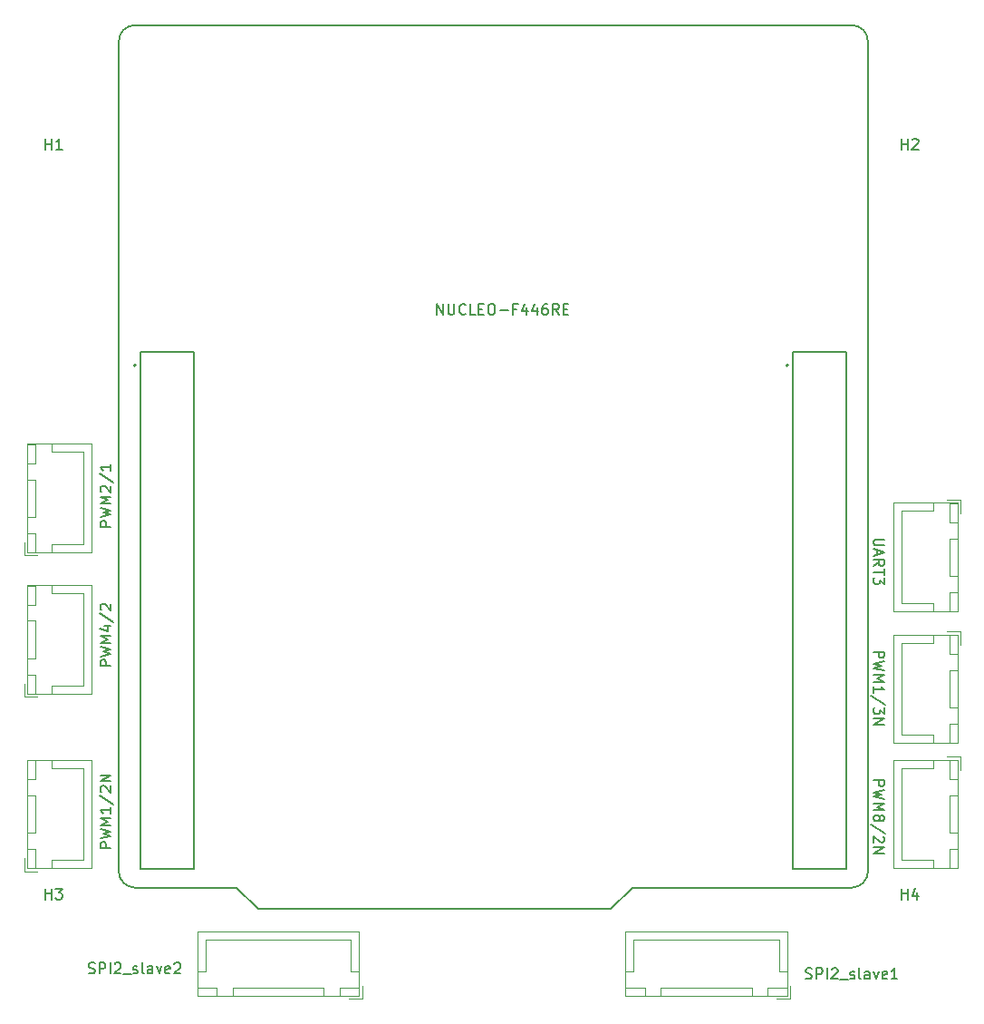
<source format=gbr>
%TF.GenerationSoftware,KiCad,Pcbnew,8.0.0*%
%TF.CreationDate,2024-03-29T20:31:36+01:00*%
%TF.ProjectId,nucleo_expansion,6e75636c-656f-45f6-9578-70616e73696f,Cyril*%
%TF.SameCoordinates,Original*%
%TF.FileFunction,Legend,Top*%
%TF.FilePolarity,Positive*%
%FSLAX46Y46*%
G04 Gerber Fmt 4.6, Leading zero omitted, Abs format (unit mm)*
G04 Created by KiCad (PCBNEW 8.0.0) date 2024-03-29 20:31:36*
%MOMM*%
%LPD*%
G01*
G04 APERTURE LIST*
%ADD10C,0.150000*%
%ADD11C,0.120000*%
%ADD12C,0.127000*%
%ADD13C,0.200000*%
G04 APERTURE END LIST*
D10*
X95369819Y-104663220D02*
X94369819Y-104663220D01*
X94369819Y-104663220D02*
X94369819Y-104282268D01*
X94369819Y-104282268D02*
X94417438Y-104187030D01*
X94417438Y-104187030D02*
X94465057Y-104139411D01*
X94465057Y-104139411D02*
X94560295Y-104091792D01*
X94560295Y-104091792D02*
X94703152Y-104091792D01*
X94703152Y-104091792D02*
X94798390Y-104139411D01*
X94798390Y-104139411D02*
X94846009Y-104187030D01*
X94846009Y-104187030D02*
X94893628Y-104282268D01*
X94893628Y-104282268D02*
X94893628Y-104663220D01*
X94369819Y-103758458D02*
X95369819Y-103520363D01*
X95369819Y-103520363D02*
X94655533Y-103329887D01*
X94655533Y-103329887D02*
X95369819Y-103139411D01*
X95369819Y-103139411D02*
X94369819Y-102901316D01*
X95369819Y-102520363D02*
X94369819Y-102520363D01*
X94369819Y-102520363D02*
X95084104Y-102187030D01*
X95084104Y-102187030D02*
X94369819Y-101853697D01*
X94369819Y-101853697D02*
X95369819Y-101853697D01*
X94703152Y-100948935D02*
X95369819Y-100948935D01*
X94322200Y-101187030D02*
X95036485Y-101425125D01*
X95036485Y-101425125D02*
X95036485Y-100806078D01*
X94322200Y-99710840D02*
X95607914Y-100567982D01*
X94465057Y-99425125D02*
X94417438Y-99377506D01*
X94417438Y-99377506D02*
X94369819Y-99282268D01*
X94369819Y-99282268D02*
X94369819Y-99044173D01*
X94369819Y-99044173D02*
X94417438Y-98948935D01*
X94417438Y-98948935D02*
X94465057Y-98901316D01*
X94465057Y-98901316D02*
X94560295Y-98853697D01*
X94560295Y-98853697D02*
X94655533Y-98853697D01*
X94655533Y-98853697D02*
X94798390Y-98901316D01*
X94798390Y-98901316D02*
X95369819Y-99472744D01*
X95369819Y-99472744D02*
X95369819Y-98853697D01*
X167630180Y-92836779D02*
X166820657Y-92836779D01*
X166820657Y-92836779D02*
X166725419Y-92884398D01*
X166725419Y-92884398D02*
X166677800Y-92932017D01*
X166677800Y-92932017D02*
X166630180Y-93027255D01*
X166630180Y-93027255D02*
X166630180Y-93217731D01*
X166630180Y-93217731D02*
X166677800Y-93312969D01*
X166677800Y-93312969D02*
X166725419Y-93360588D01*
X166725419Y-93360588D02*
X166820657Y-93408207D01*
X166820657Y-93408207D02*
X167630180Y-93408207D01*
X166915895Y-93836779D02*
X166915895Y-94312969D01*
X166630180Y-93741541D02*
X167630180Y-94074874D01*
X167630180Y-94074874D02*
X166630180Y-94408207D01*
X166630180Y-95312969D02*
X167106371Y-94979636D01*
X166630180Y-94741541D02*
X167630180Y-94741541D01*
X167630180Y-94741541D02*
X167630180Y-95122493D01*
X167630180Y-95122493D02*
X167582561Y-95217731D01*
X167582561Y-95217731D02*
X167534942Y-95265350D01*
X167534942Y-95265350D02*
X167439704Y-95312969D01*
X167439704Y-95312969D02*
X167296847Y-95312969D01*
X167296847Y-95312969D02*
X167201609Y-95265350D01*
X167201609Y-95265350D02*
X167153990Y-95217731D01*
X167153990Y-95217731D02*
X167106371Y-95122493D01*
X167106371Y-95122493D02*
X167106371Y-94741541D01*
X167630180Y-95598684D02*
X167630180Y-96170112D01*
X166630180Y-95884398D02*
X167630180Y-95884398D01*
X167630180Y-96408208D02*
X167630180Y-97027255D01*
X167630180Y-97027255D02*
X167249228Y-96693922D01*
X167249228Y-96693922D02*
X167249228Y-96836779D01*
X167249228Y-96836779D02*
X167201609Y-96932017D01*
X167201609Y-96932017D02*
X167153990Y-96979636D01*
X167153990Y-96979636D02*
X167058752Y-97027255D01*
X167058752Y-97027255D02*
X166820657Y-97027255D01*
X166820657Y-97027255D02*
X166725419Y-96979636D01*
X166725419Y-96979636D02*
X166677800Y-96932017D01*
X166677800Y-96932017D02*
X166630180Y-96836779D01*
X166630180Y-96836779D02*
X166630180Y-96551065D01*
X166630180Y-96551065D02*
X166677800Y-96455827D01*
X166677800Y-96455827D02*
X166725419Y-96408208D01*
X95369819Y-121663220D02*
X94369819Y-121663220D01*
X94369819Y-121663220D02*
X94369819Y-121282268D01*
X94369819Y-121282268D02*
X94417438Y-121187030D01*
X94417438Y-121187030D02*
X94465057Y-121139411D01*
X94465057Y-121139411D02*
X94560295Y-121091792D01*
X94560295Y-121091792D02*
X94703152Y-121091792D01*
X94703152Y-121091792D02*
X94798390Y-121139411D01*
X94798390Y-121139411D02*
X94846009Y-121187030D01*
X94846009Y-121187030D02*
X94893628Y-121282268D01*
X94893628Y-121282268D02*
X94893628Y-121663220D01*
X94369819Y-120758458D02*
X95369819Y-120520363D01*
X95369819Y-120520363D02*
X94655533Y-120329887D01*
X94655533Y-120329887D02*
X95369819Y-120139411D01*
X95369819Y-120139411D02*
X94369819Y-119901316D01*
X95369819Y-119520363D02*
X94369819Y-119520363D01*
X94369819Y-119520363D02*
X95084104Y-119187030D01*
X95084104Y-119187030D02*
X94369819Y-118853697D01*
X94369819Y-118853697D02*
X95369819Y-118853697D01*
X95369819Y-117853697D02*
X95369819Y-118425125D01*
X95369819Y-118139411D02*
X94369819Y-118139411D01*
X94369819Y-118139411D02*
X94512676Y-118234649D01*
X94512676Y-118234649D02*
X94607914Y-118329887D01*
X94607914Y-118329887D02*
X94655533Y-118425125D01*
X94322200Y-116710840D02*
X95607914Y-117567982D01*
X94465057Y-116425125D02*
X94417438Y-116377506D01*
X94417438Y-116377506D02*
X94369819Y-116282268D01*
X94369819Y-116282268D02*
X94369819Y-116044173D01*
X94369819Y-116044173D02*
X94417438Y-115948935D01*
X94417438Y-115948935D02*
X94465057Y-115901316D01*
X94465057Y-115901316D02*
X94560295Y-115853697D01*
X94560295Y-115853697D02*
X94655533Y-115853697D01*
X94655533Y-115853697D02*
X94798390Y-115901316D01*
X94798390Y-115901316D02*
X95369819Y-116472744D01*
X95369819Y-116472744D02*
X95369819Y-115853697D01*
X95369819Y-115425125D02*
X94369819Y-115425125D01*
X94369819Y-115425125D02*
X95369819Y-114853697D01*
X95369819Y-114853697D02*
X94369819Y-114853697D01*
X125836779Y-71869819D02*
X125836779Y-70869819D01*
X125836779Y-70869819D02*
X126408207Y-71869819D01*
X126408207Y-71869819D02*
X126408207Y-70869819D01*
X126884398Y-70869819D02*
X126884398Y-71679342D01*
X126884398Y-71679342D02*
X126932017Y-71774580D01*
X126932017Y-71774580D02*
X126979636Y-71822200D01*
X126979636Y-71822200D02*
X127074874Y-71869819D01*
X127074874Y-71869819D02*
X127265350Y-71869819D01*
X127265350Y-71869819D02*
X127360588Y-71822200D01*
X127360588Y-71822200D02*
X127408207Y-71774580D01*
X127408207Y-71774580D02*
X127455826Y-71679342D01*
X127455826Y-71679342D02*
X127455826Y-70869819D01*
X128503445Y-71774580D02*
X128455826Y-71822200D01*
X128455826Y-71822200D02*
X128312969Y-71869819D01*
X128312969Y-71869819D02*
X128217731Y-71869819D01*
X128217731Y-71869819D02*
X128074874Y-71822200D01*
X128074874Y-71822200D02*
X127979636Y-71726961D01*
X127979636Y-71726961D02*
X127932017Y-71631723D01*
X127932017Y-71631723D02*
X127884398Y-71441247D01*
X127884398Y-71441247D02*
X127884398Y-71298390D01*
X127884398Y-71298390D02*
X127932017Y-71107914D01*
X127932017Y-71107914D02*
X127979636Y-71012676D01*
X127979636Y-71012676D02*
X128074874Y-70917438D01*
X128074874Y-70917438D02*
X128217731Y-70869819D01*
X128217731Y-70869819D02*
X128312969Y-70869819D01*
X128312969Y-70869819D02*
X128455826Y-70917438D01*
X128455826Y-70917438D02*
X128503445Y-70965057D01*
X129408207Y-71869819D02*
X128932017Y-71869819D01*
X128932017Y-71869819D02*
X128932017Y-70869819D01*
X129741541Y-71346009D02*
X130074874Y-71346009D01*
X130217731Y-71869819D02*
X129741541Y-71869819D01*
X129741541Y-71869819D02*
X129741541Y-70869819D01*
X129741541Y-70869819D02*
X130217731Y-70869819D01*
X130836779Y-70869819D02*
X131027255Y-70869819D01*
X131027255Y-70869819D02*
X131122493Y-70917438D01*
X131122493Y-70917438D02*
X131217731Y-71012676D01*
X131217731Y-71012676D02*
X131265350Y-71203152D01*
X131265350Y-71203152D02*
X131265350Y-71536485D01*
X131265350Y-71536485D02*
X131217731Y-71726961D01*
X131217731Y-71726961D02*
X131122493Y-71822200D01*
X131122493Y-71822200D02*
X131027255Y-71869819D01*
X131027255Y-71869819D02*
X130836779Y-71869819D01*
X130836779Y-71869819D02*
X130741541Y-71822200D01*
X130741541Y-71822200D02*
X130646303Y-71726961D01*
X130646303Y-71726961D02*
X130598684Y-71536485D01*
X130598684Y-71536485D02*
X130598684Y-71203152D01*
X130598684Y-71203152D02*
X130646303Y-71012676D01*
X130646303Y-71012676D02*
X130741541Y-70917438D01*
X130741541Y-70917438D02*
X130836779Y-70869819D01*
X131693922Y-71488866D02*
X132455827Y-71488866D01*
X133265350Y-71346009D02*
X132932017Y-71346009D01*
X132932017Y-71869819D02*
X132932017Y-70869819D01*
X132932017Y-70869819D02*
X133408207Y-70869819D01*
X134217731Y-71203152D02*
X134217731Y-71869819D01*
X133979636Y-70822200D02*
X133741541Y-71536485D01*
X133741541Y-71536485D02*
X134360588Y-71536485D01*
X135170112Y-71203152D02*
X135170112Y-71869819D01*
X134932017Y-70822200D02*
X134693922Y-71536485D01*
X134693922Y-71536485D02*
X135312969Y-71536485D01*
X136122493Y-70869819D02*
X135932017Y-70869819D01*
X135932017Y-70869819D02*
X135836779Y-70917438D01*
X135836779Y-70917438D02*
X135789160Y-70965057D01*
X135789160Y-70965057D02*
X135693922Y-71107914D01*
X135693922Y-71107914D02*
X135646303Y-71298390D01*
X135646303Y-71298390D02*
X135646303Y-71679342D01*
X135646303Y-71679342D02*
X135693922Y-71774580D01*
X135693922Y-71774580D02*
X135741541Y-71822200D01*
X135741541Y-71822200D02*
X135836779Y-71869819D01*
X135836779Y-71869819D02*
X136027255Y-71869819D01*
X136027255Y-71869819D02*
X136122493Y-71822200D01*
X136122493Y-71822200D02*
X136170112Y-71774580D01*
X136170112Y-71774580D02*
X136217731Y-71679342D01*
X136217731Y-71679342D02*
X136217731Y-71441247D01*
X136217731Y-71441247D02*
X136170112Y-71346009D01*
X136170112Y-71346009D02*
X136122493Y-71298390D01*
X136122493Y-71298390D02*
X136027255Y-71250771D01*
X136027255Y-71250771D02*
X135836779Y-71250771D01*
X135836779Y-71250771D02*
X135741541Y-71298390D01*
X135741541Y-71298390D02*
X135693922Y-71346009D01*
X135693922Y-71346009D02*
X135646303Y-71441247D01*
X137217731Y-71869819D02*
X136884398Y-71393628D01*
X136646303Y-71869819D02*
X136646303Y-70869819D01*
X136646303Y-70869819D02*
X137027255Y-70869819D01*
X137027255Y-70869819D02*
X137122493Y-70917438D01*
X137122493Y-70917438D02*
X137170112Y-70965057D01*
X137170112Y-70965057D02*
X137217731Y-71060295D01*
X137217731Y-71060295D02*
X137217731Y-71203152D01*
X137217731Y-71203152D02*
X137170112Y-71298390D01*
X137170112Y-71298390D02*
X137122493Y-71346009D01*
X137122493Y-71346009D02*
X137027255Y-71393628D01*
X137027255Y-71393628D02*
X136646303Y-71393628D01*
X137646303Y-71346009D02*
X137979636Y-71346009D01*
X138122493Y-71869819D02*
X137646303Y-71869819D01*
X137646303Y-71869819D02*
X137646303Y-70869819D01*
X137646303Y-70869819D02*
X138122493Y-70869819D01*
X160289160Y-133822200D02*
X160432017Y-133869819D01*
X160432017Y-133869819D02*
X160670112Y-133869819D01*
X160670112Y-133869819D02*
X160765350Y-133822200D01*
X160765350Y-133822200D02*
X160812969Y-133774580D01*
X160812969Y-133774580D02*
X160860588Y-133679342D01*
X160860588Y-133679342D02*
X160860588Y-133584104D01*
X160860588Y-133584104D02*
X160812969Y-133488866D01*
X160812969Y-133488866D02*
X160765350Y-133441247D01*
X160765350Y-133441247D02*
X160670112Y-133393628D01*
X160670112Y-133393628D02*
X160479636Y-133346009D01*
X160479636Y-133346009D02*
X160384398Y-133298390D01*
X160384398Y-133298390D02*
X160336779Y-133250771D01*
X160336779Y-133250771D02*
X160289160Y-133155533D01*
X160289160Y-133155533D02*
X160289160Y-133060295D01*
X160289160Y-133060295D02*
X160336779Y-132965057D01*
X160336779Y-132965057D02*
X160384398Y-132917438D01*
X160384398Y-132917438D02*
X160479636Y-132869819D01*
X160479636Y-132869819D02*
X160717731Y-132869819D01*
X160717731Y-132869819D02*
X160860588Y-132917438D01*
X161289160Y-133869819D02*
X161289160Y-132869819D01*
X161289160Y-132869819D02*
X161670112Y-132869819D01*
X161670112Y-132869819D02*
X161765350Y-132917438D01*
X161765350Y-132917438D02*
X161812969Y-132965057D01*
X161812969Y-132965057D02*
X161860588Y-133060295D01*
X161860588Y-133060295D02*
X161860588Y-133203152D01*
X161860588Y-133203152D02*
X161812969Y-133298390D01*
X161812969Y-133298390D02*
X161765350Y-133346009D01*
X161765350Y-133346009D02*
X161670112Y-133393628D01*
X161670112Y-133393628D02*
X161289160Y-133393628D01*
X162289160Y-133869819D02*
X162289160Y-132869819D01*
X162717731Y-132965057D02*
X162765350Y-132917438D01*
X162765350Y-132917438D02*
X162860588Y-132869819D01*
X162860588Y-132869819D02*
X163098683Y-132869819D01*
X163098683Y-132869819D02*
X163193921Y-132917438D01*
X163193921Y-132917438D02*
X163241540Y-132965057D01*
X163241540Y-132965057D02*
X163289159Y-133060295D01*
X163289159Y-133060295D02*
X163289159Y-133155533D01*
X163289159Y-133155533D02*
X163241540Y-133298390D01*
X163241540Y-133298390D02*
X162670112Y-133869819D01*
X162670112Y-133869819D02*
X163289159Y-133869819D01*
X163479636Y-133965057D02*
X164241540Y-133965057D01*
X164432017Y-133822200D02*
X164527255Y-133869819D01*
X164527255Y-133869819D02*
X164717731Y-133869819D01*
X164717731Y-133869819D02*
X164812969Y-133822200D01*
X164812969Y-133822200D02*
X164860588Y-133726961D01*
X164860588Y-133726961D02*
X164860588Y-133679342D01*
X164860588Y-133679342D02*
X164812969Y-133584104D01*
X164812969Y-133584104D02*
X164717731Y-133536485D01*
X164717731Y-133536485D02*
X164574874Y-133536485D01*
X164574874Y-133536485D02*
X164479636Y-133488866D01*
X164479636Y-133488866D02*
X164432017Y-133393628D01*
X164432017Y-133393628D02*
X164432017Y-133346009D01*
X164432017Y-133346009D02*
X164479636Y-133250771D01*
X164479636Y-133250771D02*
X164574874Y-133203152D01*
X164574874Y-133203152D02*
X164717731Y-133203152D01*
X164717731Y-133203152D02*
X164812969Y-133250771D01*
X165432017Y-133869819D02*
X165336779Y-133822200D01*
X165336779Y-133822200D02*
X165289160Y-133726961D01*
X165289160Y-133726961D02*
X165289160Y-132869819D01*
X166241541Y-133869819D02*
X166241541Y-133346009D01*
X166241541Y-133346009D02*
X166193922Y-133250771D01*
X166193922Y-133250771D02*
X166098684Y-133203152D01*
X166098684Y-133203152D02*
X165908208Y-133203152D01*
X165908208Y-133203152D02*
X165812970Y-133250771D01*
X166241541Y-133822200D02*
X166146303Y-133869819D01*
X166146303Y-133869819D02*
X165908208Y-133869819D01*
X165908208Y-133869819D02*
X165812970Y-133822200D01*
X165812970Y-133822200D02*
X165765351Y-133726961D01*
X165765351Y-133726961D02*
X165765351Y-133631723D01*
X165765351Y-133631723D02*
X165812970Y-133536485D01*
X165812970Y-133536485D02*
X165908208Y-133488866D01*
X165908208Y-133488866D02*
X166146303Y-133488866D01*
X166146303Y-133488866D02*
X166241541Y-133441247D01*
X166622494Y-133203152D02*
X166860589Y-133869819D01*
X166860589Y-133869819D02*
X167098684Y-133203152D01*
X167860589Y-133822200D02*
X167765351Y-133869819D01*
X167765351Y-133869819D02*
X167574875Y-133869819D01*
X167574875Y-133869819D02*
X167479637Y-133822200D01*
X167479637Y-133822200D02*
X167432018Y-133726961D01*
X167432018Y-133726961D02*
X167432018Y-133346009D01*
X167432018Y-133346009D02*
X167479637Y-133250771D01*
X167479637Y-133250771D02*
X167574875Y-133203152D01*
X167574875Y-133203152D02*
X167765351Y-133203152D01*
X167765351Y-133203152D02*
X167860589Y-133250771D01*
X167860589Y-133250771D02*
X167908208Y-133346009D01*
X167908208Y-133346009D02*
X167908208Y-133441247D01*
X167908208Y-133441247D02*
X167432018Y-133536485D01*
X168860589Y-133869819D02*
X168289161Y-133869819D01*
X168574875Y-133869819D02*
X168574875Y-132869819D01*
X168574875Y-132869819D02*
X168479637Y-133012676D01*
X168479637Y-133012676D02*
X168384399Y-133107914D01*
X168384399Y-133107914D02*
X168289161Y-133155533D01*
X93289160Y-133322200D02*
X93432017Y-133369819D01*
X93432017Y-133369819D02*
X93670112Y-133369819D01*
X93670112Y-133369819D02*
X93765350Y-133322200D01*
X93765350Y-133322200D02*
X93812969Y-133274580D01*
X93812969Y-133274580D02*
X93860588Y-133179342D01*
X93860588Y-133179342D02*
X93860588Y-133084104D01*
X93860588Y-133084104D02*
X93812969Y-132988866D01*
X93812969Y-132988866D02*
X93765350Y-132941247D01*
X93765350Y-132941247D02*
X93670112Y-132893628D01*
X93670112Y-132893628D02*
X93479636Y-132846009D01*
X93479636Y-132846009D02*
X93384398Y-132798390D01*
X93384398Y-132798390D02*
X93336779Y-132750771D01*
X93336779Y-132750771D02*
X93289160Y-132655533D01*
X93289160Y-132655533D02*
X93289160Y-132560295D01*
X93289160Y-132560295D02*
X93336779Y-132465057D01*
X93336779Y-132465057D02*
X93384398Y-132417438D01*
X93384398Y-132417438D02*
X93479636Y-132369819D01*
X93479636Y-132369819D02*
X93717731Y-132369819D01*
X93717731Y-132369819D02*
X93860588Y-132417438D01*
X94289160Y-133369819D02*
X94289160Y-132369819D01*
X94289160Y-132369819D02*
X94670112Y-132369819D01*
X94670112Y-132369819D02*
X94765350Y-132417438D01*
X94765350Y-132417438D02*
X94812969Y-132465057D01*
X94812969Y-132465057D02*
X94860588Y-132560295D01*
X94860588Y-132560295D02*
X94860588Y-132703152D01*
X94860588Y-132703152D02*
X94812969Y-132798390D01*
X94812969Y-132798390D02*
X94765350Y-132846009D01*
X94765350Y-132846009D02*
X94670112Y-132893628D01*
X94670112Y-132893628D02*
X94289160Y-132893628D01*
X95289160Y-133369819D02*
X95289160Y-132369819D01*
X95717731Y-132465057D02*
X95765350Y-132417438D01*
X95765350Y-132417438D02*
X95860588Y-132369819D01*
X95860588Y-132369819D02*
X96098683Y-132369819D01*
X96098683Y-132369819D02*
X96193921Y-132417438D01*
X96193921Y-132417438D02*
X96241540Y-132465057D01*
X96241540Y-132465057D02*
X96289159Y-132560295D01*
X96289159Y-132560295D02*
X96289159Y-132655533D01*
X96289159Y-132655533D02*
X96241540Y-132798390D01*
X96241540Y-132798390D02*
X95670112Y-133369819D01*
X95670112Y-133369819D02*
X96289159Y-133369819D01*
X96479636Y-133465057D02*
X97241540Y-133465057D01*
X97432017Y-133322200D02*
X97527255Y-133369819D01*
X97527255Y-133369819D02*
X97717731Y-133369819D01*
X97717731Y-133369819D02*
X97812969Y-133322200D01*
X97812969Y-133322200D02*
X97860588Y-133226961D01*
X97860588Y-133226961D02*
X97860588Y-133179342D01*
X97860588Y-133179342D02*
X97812969Y-133084104D01*
X97812969Y-133084104D02*
X97717731Y-133036485D01*
X97717731Y-133036485D02*
X97574874Y-133036485D01*
X97574874Y-133036485D02*
X97479636Y-132988866D01*
X97479636Y-132988866D02*
X97432017Y-132893628D01*
X97432017Y-132893628D02*
X97432017Y-132846009D01*
X97432017Y-132846009D02*
X97479636Y-132750771D01*
X97479636Y-132750771D02*
X97574874Y-132703152D01*
X97574874Y-132703152D02*
X97717731Y-132703152D01*
X97717731Y-132703152D02*
X97812969Y-132750771D01*
X98432017Y-133369819D02*
X98336779Y-133322200D01*
X98336779Y-133322200D02*
X98289160Y-133226961D01*
X98289160Y-133226961D02*
X98289160Y-132369819D01*
X99241541Y-133369819D02*
X99241541Y-132846009D01*
X99241541Y-132846009D02*
X99193922Y-132750771D01*
X99193922Y-132750771D02*
X99098684Y-132703152D01*
X99098684Y-132703152D02*
X98908208Y-132703152D01*
X98908208Y-132703152D02*
X98812970Y-132750771D01*
X99241541Y-133322200D02*
X99146303Y-133369819D01*
X99146303Y-133369819D02*
X98908208Y-133369819D01*
X98908208Y-133369819D02*
X98812970Y-133322200D01*
X98812970Y-133322200D02*
X98765351Y-133226961D01*
X98765351Y-133226961D02*
X98765351Y-133131723D01*
X98765351Y-133131723D02*
X98812970Y-133036485D01*
X98812970Y-133036485D02*
X98908208Y-132988866D01*
X98908208Y-132988866D02*
X99146303Y-132988866D01*
X99146303Y-132988866D02*
X99241541Y-132941247D01*
X99622494Y-132703152D02*
X99860589Y-133369819D01*
X99860589Y-133369819D02*
X100098684Y-132703152D01*
X100860589Y-133322200D02*
X100765351Y-133369819D01*
X100765351Y-133369819D02*
X100574875Y-133369819D01*
X100574875Y-133369819D02*
X100479637Y-133322200D01*
X100479637Y-133322200D02*
X100432018Y-133226961D01*
X100432018Y-133226961D02*
X100432018Y-132846009D01*
X100432018Y-132846009D02*
X100479637Y-132750771D01*
X100479637Y-132750771D02*
X100574875Y-132703152D01*
X100574875Y-132703152D02*
X100765351Y-132703152D01*
X100765351Y-132703152D02*
X100860589Y-132750771D01*
X100860589Y-132750771D02*
X100908208Y-132846009D01*
X100908208Y-132846009D02*
X100908208Y-132941247D01*
X100908208Y-132941247D02*
X100432018Y-133036485D01*
X101289161Y-132465057D02*
X101336780Y-132417438D01*
X101336780Y-132417438D02*
X101432018Y-132369819D01*
X101432018Y-132369819D02*
X101670113Y-132369819D01*
X101670113Y-132369819D02*
X101765351Y-132417438D01*
X101765351Y-132417438D02*
X101812970Y-132465057D01*
X101812970Y-132465057D02*
X101860589Y-132560295D01*
X101860589Y-132560295D02*
X101860589Y-132655533D01*
X101860589Y-132655533D02*
X101812970Y-132798390D01*
X101812970Y-132798390D02*
X101241542Y-133369819D01*
X101241542Y-133369819D02*
X101860589Y-133369819D01*
X166630180Y-103336779D02*
X167630180Y-103336779D01*
X167630180Y-103336779D02*
X167630180Y-103717731D01*
X167630180Y-103717731D02*
X167582561Y-103812969D01*
X167582561Y-103812969D02*
X167534942Y-103860588D01*
X167534942Y-103860588D02*
X167439704Y-103908207D01*
X167439704Y-103908207D02*
X167296847Y-103908207D01*
X167296847Y-103908207D02*
X167201609Y-103860588D01*
X167201609Y-103860588D02*
X167153990Y-103812969D01*
X167153990Y-103812969D02*
X167106371Y-103717731D01*
X167106371Y-103717731D02*
X167106371Y-103336779D01*
X167630180Y-104241541D02*
X166630180Y-104479636D01*
X166630180Y-104479636D02*
X167344466Y-104670112D01*
X167344466Y-104670112D02*
X166630180Y-104860588D01*
X166630180Y-104860588D02*
X167630180Y-105098684D01*
X166630180Y-105479636D02*
X167630180Y-105479636D01*
X167630180Y-105479636D02*
X166915895Y-105812969D01*
X166915895Y-105812969D02*
X167630180Y-106146302D01*
X167630180Y-106146302D02*
X166630180Y-106146302D01*
X166630180Y-107146302D02*
X166630180Y-106574874D01*
X166630180Y-106860588D02*
X167630180Y-106860588D01*
X167630180Y-106860588D02*
X167487323Y-106765350D01*
X167487323Y-106765350D02*
X167392085Y-106670112D01*
X167392085Y-106670112D02*
X167344466Y-106574874D01*
X167677800Y-108289159D02*
X166392085Y-107432017D01*
X167630180Y-108527255D02*
X167630180Y-109146302D01*
X167630180Y-109146302D02*
X167249228Y-108812969D01*
X167249228Y-108812969D02*
X167249228Y-108955826D01*
X167249228Y-108955826D02*
X167201609Y-109051064D01*
X167201609Y-109051064D02*
X167153990Y-109098683D01*
X167153990Y-109098683D02*
X167058752Y-109146302D01*
X167058752Y-109146302D02*
X166820657Y-109146302D01*
X166820657Y-109146302D02*
X166725419Y-109098683D01*
X166725419Y-109098683D02*
X166677800Y-109051064D01*
X166677800Y-109051064D02*
X166630180Y-108955826D01*
X166630180Y-108955826D02*
X166630180Y-108670112D01*
X166630180Y-108670112D02*
X166677800Y-108574874D01*
X166677800Y-108574874D02*
X166725419Y-108527255D01*
X166630180Y-109574874D02*
X167630180Y-109574874D01*
X167630180Y-109574874D02*
X166630180Y-110146302D01*
X166630180Y-110146302D02*
X167630180Y-110146302D01*
X95369819Y-91663220D02*
X94369819Y-91663220D01*
X94369819Y-91663220D02*
X94369819Y-91282268D01*
X94369819Y-91282268D02*
X94417438Y-91187030D01*
X94417438Y-91187030D02*
X94465057Y-91139411D01*
X94465057Y-91139411D02*
X94560295Y-91091792D01*
X94560295Y-91091792D02*
X94703152Y-91091792D01*
X94703152Y-91091792D02*
X94798390Y-91139411D01*
X94798390Y-91139411D02*
X94846009Y-91187030D01*
X94846009Y-91187030D02*
X94893628Y-91282268D01*
X94893628Y-91282268D02*
X94893628Y-91663220D01*
X94369819Y-90758458D02*
X95369819Y-90520363D01*
X95369819Y-90520363D02*
X94655533Y-90329887D01*
X94655533Y-90329887D02*
X95369819Y-90139411D01*
X95369819Y-90139411D02*
X94369819Y-89901316D01*
X95369819Y-89520363D02*
X94369819Y-89520363D01*
X94369819Y-89520363D02*
X95084104Y-89187030D01*
X95084104Y-89187030D02*
X94369819Y-88853697D01*
X94369819Y-88853697D02*
X95369819Y-88853697D01*
X94465057Y-88425125D02*
X94417438Y-88377506D01*
X94417438Y-88377506D02*
X94369819Y-88282268D01*
X94369819Y-88282268D02*
X94369819Y-88044173D01*
X94369819Y-88044173D02*
X94417438Y-87948935D01*
X94417438Y-87948935D02*
X94465057Y-87901316D01*
X94465057Y-87901316D02*
X94560295Y-87853697D01*
X94560295Y-87853697D02*
X94655533Y-87853697D01*
X94655533Y-87853697D02*
X94798390Y-87901316D01*
X94798390Y-87901316D02*
X95369819Y-88472744D01*
X95369819Y-88472744D02*
X95369819Y-87853697D01*
X94322200Y-86710840D02*
X95607914Y-87567982D01*
X95369819Y-85853697D02*
X95369819Y-86425125D01*
X95369819Y-86139411D02*
X94369819Y-86139411D01*
X94369819Y-86139411D02*
X94512676Y-86234649D01*
X94512676Y-86234649D02*
X94607914Y-86329887D01*
X94607914Y-86329887D02*
X94655533Y-86425125D01*
X166630180Y-115336779D02*
X167630180Y-115336779D01*
X167630180Y-115336779D02*
X167630180Y-115717731D01*
X167630180Y-115717731D02*
X167582561Y-115812969D01*
X167582561Y-115812969D02*
X167534942Y-115860588D01*
X167534942Y-115860588D02*
X167439704Y-115908207D01*
X167439704Y-115908207D02*
X167296847Y-115908207D01*
X167296847Y-115908207D02*
X167201609Y-115860588D01*
X167201609Y-115860588D02*
X167153990Y-115812969D01*
X167153990Y-115812969D02*
X167106371Y-115717731D01*
X167106371Y-115717731D02*
X167106371Y-115336779D01*
X167630180Y-116241541D02*
X166630180Y-116479636D01*
X166630180Y-116479636D02*
X167344466Y-116670112D01*
X167344466Y-116670112D02*
X166630180Y-116860588D01*
X166630180Y-116860588D02*
X167630180Y-117098684D01*
X166630180Y-117479636D02*
X167630180Y-117479636D01*
X167630180Y-117479636D02*
X166915895Y-117812969D01*
X166915895Y-117812969D02*
X167630180Y-118146302D01*
X167630180Y-118146302D02*
X166630180Y-118146302D01*
X167201609Y-118765350D02*
X167249228Y-118670112D01*
X167249228Y-118670112D02*
X167296847Y-118622493D01*
X167296847Y-118622493D02*
X167392085Y-118574874D01*
X167392085Y-118574874D02*
X167439704Y-118574874D01*
X167439704Y-118574874D02*
X167534942Y-118622493D01*
X167534942Y-118622493D02*
X167582561Y-118670112D01*
X167582561Y-118670112D02*
X167630180Y-118765350D01*
X167630180Y-118765350D02*
X167630180Y-118955826D01*
X167630180Y-118955826D02*
X167582561Y-119051064D01*
X167582561Y-119051064D02*
X167534942Y-119098683D01*
X167534942Y-119098683D02*
X167439704Y-119146302D01*
X167439704Y-119146302D02*
X167392085Y-119146302D01*
X167392085Y-119146302D02*
X167296847Y-119098683D01*
X167296847Y-119098683D02*
X167249228Y-119051064D01*
X167249228Y-119051064D02*
X167201609Y-118955826D01*
X167201609Y-118955826D02*
X167201609Y-118765350D01*
X167201609Y-118765350D02*
X167153990Y-118670112D01*
X167153990Y-118670112D02*
X167106371Y-118622493D01*
X167106371Y-118622493D02*
X167011133Y-118574874D01*
X167011133Y-118574874D02*
X166820657Y-118574874D01*
X166820657Y-118574874D02*
X166725419Y-118622493D01*
X166725419Y-118622493D02*
X166677800Y-118670112D01*
X166677800Y-118670112D02*
X166630180Y-118765350D01*
X166630180Y-118765350D02*
X166630180Y-118955826D01*
X166630180Y-118955826D02*
X166677800Y-119051064D01*
X166677800Y-119051064D02*
X166725419Y-119098683D01*
X166725419Y-119098683D02*
X166820657Y-119146302D01*
X166820657Y-119146302D02*
X167011133Y-119146302D01*
X167011133Y-119146302D02*
X167106371Y-119098683D01*
X167106371Y-119098683D02*
X167153990Y-119051064D01*
X167153990Y-119051064D02*
X167201609Y-118955826D01*
X167677800Y-120289159D02*
X166392085Y-119432017D01*
X167534942Y-120574874D02*
X167582561Y-120622493D01*
X167582561Y-120622493D02*
X167630180Y-120717731D01*
X167630180Y-120717731D02*
X167630180Y-120955826D01*
X167630180Y-120955826D02*
X167582561Y-121051064D01*
X167582561Y-121051064D02*
X167534942Y-121098683D01*
X167534942Y-121098683D02*
X167439704Y-121146302D01*
X167439704Y-121146302D02*
X167344466Y-121146302D01*
X167344466Y-121146302D02*
X167201609Y-121098683D01*
X167201609Y-121098683D02*
X166630180Y-120527255D01*
X166630180Y-120527255D02*
X166630180Y-121146302D01*
X166630180Y-121574874D02*
X167630180Y-121574874D01*
X167630180Y-121574874D02*
X166630180Y-122146302D01*
X166630180Y-122146302D02*
X167630180Y-122146302D01*
X169238095Y-56454819D02*
X169238095Y-55454819D01*
X169238095Y-55931009D02*
X169809523Y-55931009D01*
X169809523Y-56454819D02*
X169809523Y-55454819D01*
X170238095Y-55550057D02*
X170285714Y-55502438D01*
X170285714Y-55502438D02*
X170380952Y-55454819D01*
X170380952Y-55454819D02*
X170619047Y-55454819D01*
X170619047Y-55454819D02*
X170714285Y-55502438D01*
X170714285Y-55502438D02*
X170761904Y-55550057D01*
X170761904Y-55550057D02*
X170809523Y-55645295D01*
X170809523Y-55645295D02*
X170809523Y-55740533D01*
X170809523Y-55740533D02*
X170761904Y-55883390D01*
X170761904Y-55883390D02*
X170190476Y-56454819D01*
X170190476Y-56454819D02*
X170809523Y-56454819D01*
X89238095Y-126454819D02*
X89238095Y-125454819D01*
X89238095Y-125931009D02*
X89809523Y-125931009D01*
X89809523Y-126454819D02*
X89809523Y-125454819D01*
X90190476Y-125454819D02*
X90809523Y-125454819D01*
X90809523Y-125454819D02*
X90476190Y-125835771D01*
X90476190Y-125835771D02*
X90619047Y-125835771D01*
X90619047Y-125835771D02*
X90714285Y-125883390D01*
X90714285Y-125883390D02*
X90761904Y-125931009D01*
X90761904Y-125931009D02*
X90809523Y-126026247D01*
X90809523Y-126026247D02*
X90809523Y-126264342D01*
X90809523Y-126264342D02*
X90761904Y-126359580D01*
X90761904Y-126359580D02*
X90714285Y-126407200D01*
X90714285Y-126407200D02*
X90619047Y-126454819D01*
X90619047Y-126454819D02*
X90333333Y-126454819D01*
X90333333Y-126454819D02*
X90238095Y-126407200D01*
X90238095Y-126407200D02*
X90190476Y-126359580D01*
X89238095Y-56454819D02*
X89238095Y-55454819D01*
X89238095Y-55931009D02*
X89809523Y-55931009D01*
X89809523Y-56454819D02*
X89809523Y-55454819D01*
X90809523Y-56454819D02*
X90238095Y-56454819D01*
X90523809Y-56454819D02*
X90523809Y-55454819D01*
X90523809Y-55454819D02*
X90428571Y-55597676D01*
X90428571Y-55597676D02*
X90333333Y-55692914D01*
X90333333Y-55692914D02*
X90238095Y-55740533D01*
X169238095Y-126454819D02*
X169238095Y-125454819D01*
X169238095Y-125931009D02*
X169809523Y-125931009D01*
X169809523Y-126454819D02*
X169809523Y-125454819D01*
X170714285Y-125788152D02*
X170714285Y-126454819D01*
X170476190Y-125407200D02*
X170238095Y-126121485D01*
X170238095Y-126121485D02*
X170857142Y-126121485D01*
D11*
%TO.C,J1*%
X143440000Y-129490000D02*
X143440000Y-135460000D01*
X143440000Y-135460000D02*
X158560000Y-135460000D01*
X143450000Y-133200000D02*
X144200000Y-133200000D01*
X143450000Y-134700000D02*
X143450000Y-135450000D01*
X143450000Y-135450000D02*
X145250000Y-135450000D01*
X144200000Y-130250000D02*
X151000000Y-130250000D01*
X144200000Y-133200000D02*
X144200000Y-130250000D01*
X145250000Y-134700000D02*
X143450000Y-134700000D01*
X145250000Y-135450000D02*
X145250000Y-134700000D01*
X146750000Y-134700000D02*
X146750000Y-135450000D01*
X146750000Y-135450000D02*
X155250000Y-135450000D01*
X155250000Y-134700000D02*
X146750000Y-134700000D01*
X155250000Y-135450000D02*
X155250000Y-134700000D01*
X156750000Y-134700000D02*
X156750000Y-135450000D01*
X156750000Y-135450000D02*
X158550000Y-135450000D01*
X157600000Y-135750000D02*
X158850000Y-135750000D01*
X157800000Y-130250000D02*
X151000000Y-130250000D01*
X157800000Y-133200000D02*
X157800000Y-130250000D01*
X158550000Y-133200000D02*
X157800000Y-133200000D01*
X158550000Y-134700000D02*
X156750000Y-134700000D01*
X158550000Y-135450000D02*
X158550000Y-134700000D01*
X158560000Y-129490000D02*
X143440000Y-129490000D01*
X158560000Y-135460000D02*
X158560000Y-129490000D01*
X158850000Y-135750000D02*
X158850000Y-134500000D01*
%TO.C,J5*%
X87250000Y-106300000D02*
X87250000Y-107550000D01*
X87250000Y-107550000D02*
X88500000Y-107550000D01*
X87540000Y-97140000D02*
X87540000Y-107260000D01*
X87540000Y-107260000D02*
X93510000Y-107260000D01*
X87550000Y-97150000D02*
X87550000Y-98950000D01*
X87550000Y-98950000D02*
X88300000Y-98950000D01*
X87550000Y-100450000D02*
X87550000Y-103950000D01*
X87550000Y-103950000D02*
X88300000Y-103950000D01*
X87550000Y-105450000D02*
X87550000Y-107250000D01*
X87550000Y-107250000D02*
X88300000Y-107250000D01*
X88300000Y-97150000D02*
X87550000Y-97150000D01*
X88300000Y-98950000D02*
X88300000Y-97150000D01*
X88300000Y-100450000D02*
X87550000Y-100450000D01*
X88300000Y-103950000D02*
X88300000Y-100450000D01*
X88300000Y-105450000D02*
X87550000Y-105450000D01*
X88300000Y-107250000D02*
X88300000Y-105450000D01*
X89800000Y-97150000D02*
X89800000Y-97900000D01*
X89800000Y-97900000D02*
X92750000Y-97900000D01*
X89800000Y-106500000D02*
X92750000Y-106500000D01*
X89800000Y-107250000D02*
X89800000Y-106500000D01*
X92750000Y-97900000D02*
X92750000Y-102200000D01*
X92750000Y-106500000D02*
X92750000Y-102200000D01*
X93510000Y-97140000D02*
X87540000Y-97140000D01*
X93510000Y-107260000D02*
X93510000Y-97140000D01*
%TO.C,J2*%
X103440000Y-129490000D02*
X103440000Y-135460000D01*
X103440000Y-135460000D02*
X118560000Y-135460000D01*
X103450000Y-133200000D02*
X104200000Y-133200000D01*
X103450000Y-134700000D02*
X103450000Y-135450000D01*
X103450000Y-135450000D02*
X105250000Y-135450000D01*
X104200000Y-130250000D02*
X111000000Y-130250000D01*
X104200000Y-133200000D02*
X104200000Y-130250000D01*
X105250000Y-134700000D02*
X103450000Y-134700000D01*
X105250000Y-135450000D02*
X105250000Y-134700000D01*
X106750000Y-134700000D02*
X106750000Y-135450000D01*
X106750000Y-135450000D02*
X115250000Y-135450000D01*
X115250000Y-134700000D02*
X106750000Y-134700000D01*
X115250000Y-135450000D02*
X115250000Y-134700000D01*
X116750000Y-134700000D02*
X116750000Y-135450000D01*
X116750000Y-135450000D02*
X118550000Y-135450000D01*
X117600000Y-135750000D02*
X118850000Y-135750000D01*
X117800000Y-130250000D02*
X111000000Y-130250000D01*
X117800000Y-133200000D02*
X117800000Y-130250000D01*
X118550000Y-133200000D02*
X117800000Y-133200000D01*
X118550000Y-134700000D02*
X116750000Y-134700000D01*
X118550000Y-135450000D02*
X118550000Y-134700000D01*
X118560000Y-129490000D02*
X103440000Y-129490000D01*
X118560000Y-135460000D02*
X118560000Y-129490000D01*
X118850000Y-135750000D02*
X118850000Y-134500000D01*
%TO.C,J8*%
X168490000Y-113440000D02*
X168490000Y-123560000D01*
X168490000Y-123560000D02*
X174460000Y-123560000D01*
X169250000Y-114200000D02*
X169250000Y-118500000D01*
X169250000Y-122800000D02*
X169250000Y-118500000D01*
X172200000Y-113450000D02*
X172200000Y-114200000D01*
X172200000Y-114200000D02*
X169250000Y-114200000D01*
X172200000Y-122800000D02*
X169250000Y-122800000D01*
X172200000Y-123550000D02*
X172200000Y-122800000D01*
X173700000Y-113450000D02*
X173700000Y-115250000D01*
X173700000Y-115250000D02*
X174450000Y-115250000D01*
X173700000Y-116750000D02*
X173700000Y-120250000D01*
X173700000Y-120250000D02*
X174450000Y-120250000D01*
X173700000Y-121750000D02*
X173700000Y-123550000D01*
X173700000Y-123550000D02*
X174450000Y-123550000D01*
X174450000Y-113450000D02*
X173700000Y-113450000D01*
X174450000Y-115250000D02*
X174450000Y-113450000D01*
X174450000Y-116750000D02*
X173700000Y-116750000D01*
X174450000Y-120250000D02*
X174450000Y-116750000D01*
X174450000Y-121750000D02*
X173700000Y-121750000D01*
X174450000Y-123550000D02*
X174450000Y-121750000D01*
X174460000Y-113440000D02*
X168490000Y-113440000D01*
X174460000Y-123560000D02*
X174460000Y-113440000D01*
X174750000Y-113150000D02*
X173500000Y-113150000D01*
X174750000Y-114400000D02*
X174750000Y-113150000D01*
%TO.C,J7*%
X168490000Y-101740000D02*
X168490000Y-111860000D01*
X168490000Y-111860000D02*
X174460000Y-111860000D01*
X169250000Y-102500000D02*
X169250000Y-106800000D01*
X169250000Y-111100000D02*
X169250000Y-106800000D01*
X172200000Y-101750000D02*
X172200000Y-102500000D01*
X172200000Y-102500000D02*
X169250000Y-102500000D01*
X172200000Y-111100000D02*
X169250000Y-111100000D01*
X172200000Y-111850000D02*
X172200000Y-111100000D01*
X173700000Y-101750000D02*
X173700000Y-103550000D01*
X173700000Y-103550000D02*
X174450000Y-103550000D01*
X173700000Y-105050000D02*
X173700000Y-108550000D01*
X173700000Y-108550000D02*
X174450000Y-108550000D01*
X173700000Y-110050000D02*
X173700000Y-111850000D01*
X173700000Y-111850000D02*
X174450000Y-111850000D01*
X174450000Y-101750000D02*
X173700000Y-101750000D01*
X174450000Y-103550000D02*
X174450000Y-101750000D01*
X174450000Y-105050000D02*
X173700000Y-105050000D01*
X174450000Y-108550000D02*
X174450000Y-105050000D01*
X174450000Y-110050000D02*
X173700000Y-110050000D01*
X174450000Y-111850000D02*
X174450000Y-110050000D01*
X174460000Y-101740000D02*
X168490000Y-101740000D01*
X174460000Y-111860000D02*
X174460000Y-101740000D01*
X174750000Y-101450000D02*
X173500000Y-101450000D01*
X174750000Y-102700000D02*
X174750000Y-101450000D01*
%TO.C,J6*%
X87250000Y-122600000D02*
X87250000Y-123850000D01*
X87250000Y-123850000D02*
X88500000Y-123850000D01*
X87540000Y-113440000D02*
X87540000Y-123560000D01*
X87540000Y-123560000D02*
X93510000Y-123560000D01*
X87550000Y-113450000D02*
X87550000Y-115250000D01*
X87550000Y-115250000D02*
X88300000Y-115250000D01*
X87550000Y-116750000D02*
X87550000Y-120250000D01*
X87550000Y-120250000D02*
X88300000Y-120250000D01*
X87550000Y-121750000D02*
X87550000Y-123550000D01*
X87550000Y-123550000D02*
X88300000Y-123550000D01*
X88300000Y-113450000D02*
X87550000Y-113450000D01*
X88300000Y-115250000D02*
X88300000Y-113450000D01*
X88300000Y-116750000D02*
X87550000Y-116750000D01*
X88300000Y-120250000D02*
X88300000Y-116750000D01*
X88300000Y-121750000D02*
X87550000Y-121750000D01*
X88300000Y-123550000D02*
X88300000Y-121750000D01*
X89800000Y-113450000D02*
X89800000Y-114200000D01*
X89800000Y-114200000D02*
X92750000Y-114200000D01*
X89800000Y-122800000D02*
X92750000Y-122800000D01*
X89800000Y-123550000D02*
X89800000Y-122800000D01*
X92750000Y-114200000D02*
X92750000Y-118500000D01*
X92750000Y-122800000D02*
X92750000Y-118500000D01*
X93510000Y-113440000D02*
X87540000Y-113440000D01*
X93510000Y-123560000D02*
X93510000Y-113440000D01*
D12*
%TO.C,U1*%
X96100000Y-123850000D02*
X96100000Y-46350000D01*
X97600000Y-44850000D02*
X164600000Y-44850000D01*
X98120000Y-75320000D02*
X98120000Y-123580000D01*
X98120000Y-123580000D02*
X103120000Y-123580000D01*
X103120000Y-75320000D02*
X98120000Y-75320000D01*
X103120000Y-123580000D02*
X103120000Y-75320000D01*
X107100000Y-125350000D02*
X97600000Y-125350000D01*
X109100000Y-127350000D02*
X107100000Y-125350000D01*
X142100000Y-127350000D02*
X109100000Y-127350000D01*
X144100000Y-125350000D02*
X142100000Y-127350000D01*
X159080000Y-75320000D02*
X159080000Y-123580000D01*
X159080000Y-123580000D02*
X164080000Y-123580000D01*
X164080000Y-75320000D02*
X159080000Y-75320000D01*
X164080000Y-123580000D02*
X164080000Y-75320000D01*
X164600000Y-125350000D02*
X144100000Y-125350000D01*
X166100000Y-46350000D02*
X166100000Y-123850000D01*
X96100000Y-46350000D02*
G75*
G02*
X97600000Y-44850000I1500001J-1D01*
G01*
X97600000Y-125350000D02*
G75*
G02*
X96100000Y-123850000I1J1500001D01*
G01*
X164600000Y-44850000D02*
G75*
G02*
X166100000Y-46350000I0J-1500000D01*
G01*
X166100000Y-123850000D02*
G75*
G02*
X164600000Y-125350000I-1500000J0D01*
G01*
D13*
X97700000Y-76590000D02*
G75*
G02*
X97500000Y-76590000I-100000J0D01*
G01*
X97500000Y-76590000D02*
G75*
G02*
X97700000Y-76590000I100000J0D01*
G01*
X158660000Y-76590000D02*
G75*
G02*
X158460000Y-76590000I-100000J0D01*
G01*
X158460000Y-76590000D02*
G75*
G02*
X158660000Y-76590000I100000J0D01*
G01*
D11*
%TO.C,J3*%
X168490000Y-89440000D02*
X168490000Y-99560000D01*
X168490000Y-99560000D02*
X174460000Y-99560000D01*
X169250000Y-90200000D02*
X169250000Y-94500000D01*
X169250000Y-98800000D02*
X169250000Y-94500000D01*
X172200000Y-89450000D02*
X172200000Y-90200000D01*
X172200000Y-90200000D02*
X169250000Y-90200000D01*
X172200000Y-98800000D02*
X169250000Y-98800000D01*
X172200000Y-99550000D02*
X172200000Y-98800000D01*
X173700000Y-89450000D02*
X173700000Y-91250000D01*
X173700000Y-91250000D02*
X174450000Y-91250000D01*
X173700000Y-92750000D02*
X173700000Y-96250000D01*
X173700000Y-96250000D02*
X174450000Y-96250000D01*
X173700000Y-97750000D02*
X173700000Y-99550000D01*
X173700000Y-99550000D02*
X174450000Y-99550000D01*
X174450000Y-89450000D02*
X173700000Y-89450000D01*
X174450000Y-91250000D02*
X174450000Y-89450000D01*
X174450000Y-92750000D02*
X173700000Y-92750000D01*
X174450000Y-96250000D02*
X174450000Y-92750000D01*
X174450000Y-97750000D02*
X173700000Y-97750000D01*
X174450000Y-99550000D02*
X174450000Y-97750000D01*
X174460000Y-89440000D02*
X168490000Y-89440000D01*
X174460000Y-99560000D02*
X174460000Y-89440000D01*
X174750000Y-89150000D02*
X173500000Y-89150000D01*
X174750000Y-90400000D02*
X174750000Y-89150000D01*
%TO.C,J4*%
X87250000Y-93100000D02*
X87250000Y-94350000D01*
X87250000Y-94350000D02*
X88500000Y-94350000D01*
X87540000Y-83940000D02*
X87540000Y-94060000D01*
X87540000Y-94060000D02*
X93510000Y-94060000D01*
X87550000Y-83950000D02*
X87550000Y-85750000D01*
X87550000Y-85750000D02*
X88300000Y-85750000D01*
X87550000Y-87250000D02*
X87550000Y-90750000D01*
X87550000Y-90750000D02*
X88300000Y-90750000D01*
X87550000Y-92250000D02*
X87550000Y-94050000D01*
X87550000Y-94050000D02*
X88300000Y-94050000D01*
X88300000Y-83950000D02*
X87550000Y-83950000D01*
X88300000Y-85750000D02*
X88300000Y-83950000D01*
X88300000Y-87250000D02*
X87550000Y-87250000D01*
X88300000Y-90750000D02*
X88300000Y-87250000D01*
X88300000Y-92250000D02*
X87550000Y-92250000D01*
X88300000Y-94050000D02*
X88300000Y-92250000D01*
X89800000Y-83950000D02*
X89800000Y-84700000D01*
X89800000Y-84700000D02*
X92750000Y-84700000D01*
X89800000Y-93300000D02*
X92750000Y-93300000D01*
X89800000Y-94050000D02*
X89800000Y-93300000D01*
X92750000Y-84700000D02*
X92750000Y-89000000D01*
X92750000Y-93300000D02*
X92750000Y-89000000D01*
X93510000Y-83940000D02*
X87540000Y-83940000D01*
X93510000Y-94060000D02*
X93510000Y-83940000D01*
%TD*%
M02*

</source>
